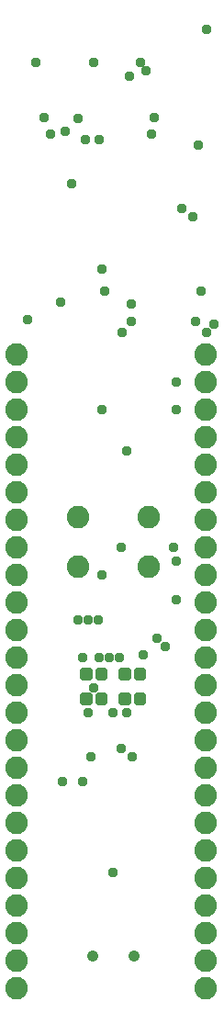
<source format=gbr>
G04 EAGLE Gerber RS-274X export*
G75*
%MOMM*%
%FSLAX34Y34*%
%LPD*%
%INSoldermask Bottom*%
%IPPOS*%
%AMOC8*
5,1,8,0,0,1.08239X$1,22.5*%
G01*
%ADD10C,0.662687*%
%ADD11C,2.082800*%
%ADD12C,1.053200*%
%ADD13C,0.959600*%

G36*
X105872Y310263D02*
X105872Y310263D01*
X105874Y310261D01*
X106234Y310289D01*
X106238Y310293D01*
X106242Y310290D01*
X106593Y310375D01*
X106596Y310380D01*
X106600Y310378D01*
X106933Y310516D01*
X106936Y310521D01*
X106940Y310519D01*
X107248Y310707D01*
X107250Y310713D01*
X107254Y310712D01*
X107528Y310947D01*
X107529Y310952D01*
X107533Y310952D01*
X107768Y311226D01*
X107769Y311232D01*
X107773Y311232D01*
X107961Y311540D01*
X107960Y311546D01*
X107965Y311547D01*
X108103Y311880D01*
X108101Y311886D01*
X108105Y311887D01*
X108190Y312238D01*
X108187Y312246D01*
X108191Y312250D01*
X108219Y317310D01*
X108217Y317312D01*
X108219Y317314D01*
X108191Y317674D01*
X108187Y317678D01*
X108190Y317682D01*
X108105Y318033D01*
X108100Y318036D01*
X108103Y318040D01*
X107965Y318373D01*
X107960Y318376D01*
X107961Y318380D01*
X107773Y318688D01*
X107767Y318690D01*
X107768Y318694D01*
X107533Y318968D01*
X107528Y318969D01*
X107528Y318973D01*
X107254Y319208D01*
X107248Y319209D01*
X107248Y319213D01*
X106940Y319401D01*
X106934Y319400D01*
X106933Y319405D01*
X106600Y319543D01*
X106594Y319541D01*
X106593Y319545D01*
X106242Y319630D01*
X106236Y319628D01*
X106234Y319631D01*
X105874Y319659D01*
X105871Y319658D01*
X105870Y319659D01*
X101270Y319659D01*
X101268Y319657D01*
X101266Y319659D01*
X100906Y319631D01*
X100902Y319627D01*
X100898Y319630D01*
X100547Y319545D01*
X100544Y319540D01*
X100540Y319543D01*
X100207Y319405D01*
X100204Y319400D01*
X100200Y319401D01*
X99892Y319213D01*
X99890Y319207D01*
X99886Y319208D01*
X99612Y318973D01*
X99611Y318968D01*
X99607Y318968D01*
X99372Y318694D01*
X99371Y318688D01*
X99367Y318688D01*
X99179Y318380D01*
X99180Y318374D01*
X99176Y318373D01*
X99038Y318040D01*
X99039Y318034D01*
X99035Y318033D01*
X98950Y317682D01*
X98954Y317674D01*
X98949Y317670D01*
X98921Y312610D01*
X98923Y312608D01*
X98921Y312606D01*
X98949Y312246D01*
X98953Y312242D01*
X98950Y312238D01*
X99035Y311887D01*
X99040Y311884D01*
X99038Y311880D01*
X99176Y311547D01*
X99181Y311544D01*
X99179Y311540D01*
X99367Y311232D01*
X99373Y311230D01*
X99372Y311226D01*
X99607Y310952D01*
X99612Y310951D01*
X99612Y310947D01*
X99886Y310712D01*
X99892Y310711D01*
X99892Y310707D01*
X100200Y310519D01*
X100206Y310520D01*
X100207Y310516D01*
X100540Y310378D01*
X100546Y310379D01*
X100547Y310375D01*
X100898Y310290D01*
X100904Y310293D01*
X100906Y310289D01*
X101266Y310261D01*
X101269Y310263D01*
X101270Y310261D01*
X105870Y310261D01*
X105872Y310263D01*
G37*
G36*
X141432Y310263D02*
X141432Y310263D01*
X141434Y310261D01*
X141794Y310289D01*
X141798Y310293D01*
X141802Y310290D01*
X142153Y310375D01*
X142156Y310380D01*
X142160Y310378D01*
X142493Y310516D01*
X142496Y310521D01*
X142500Y310519D01*
X142808Y310707D01*
X142810Y310713D01*
X142814Y310712D01*
X143088Y310947D01*
X143089Y310952D01*
X143093Y310952D01*
X143328Y311226D01*
X143329Y311232D01*
X143333Y311232D01*
X143521Y311540D01*
X143520Y311546D01*
X143525Y311547D01*
X143663Y311880D01*
X143661Y311886D01*
X143665Y311887D01*
X143750Y312238D01*
X143747Y312246D01*
X143751Y312250D01*
X143779Y317310D01*
X143777Y317312D01*
X143779Y317314D01*
X143751Y317674D01*
X143747Y317678D01*
X143750Y317682D01*
X143665Y318033D01*
X143660Y318036D01*
X143663Y318040D01*
X143525Y318373D01*
X143520Y318376D01*
X143521Y318380D01*
X143333Y318688D01*
X143327Y318690D01*
X143328Y318694D01*
X143093Y318968D01*
X143088Y318969D01*
X143088Y318973D01*
X142814Y319208D01*
X142808Y319209D01*
X142808Y319213D01*
X142500Y319401D01*
X142494Y319400D01*
X142493Y319405D01*
X142160Y319543D01*
X142154Y319541D01*
X142153Y319545D01*
X141802Y319630D01*
X141796Y319628D01*
X141794Y319631D01*
X141434Y319659D01*
X141431Y319658D01*
X141430Y319659D01*
X136830Y319659D01*
X136828Y319657D01*
X136826Y319659D01*
X136466Y319631D01*
X136462Y319627D01*
X136458Y319630D01*
X136107Y319545D01*
X136104Y319540D01*
X136100Y319543D01*
X135767Y319405D01*
X135764Y319400D01*
X135760Y319401D01*
X135452Y319213D01*
X135450Y319207D01*
X135446Y319208D01*
X135172Y318973D01*
X135171Y318968D01*
X135167Y318968D01*
X134932Y318694D01*
X134931Y318688D01*
X134927Y318688D01*
X134739Y318380D01*
X134740Y318374D01*
X134736Y318373D01*
X134598Y318040D01*
X134599Y318034D01*
X134595Y318033D01*
X134510Y317682D01*
X134514Y317674D01*
X134509Y317670D01*
X134481Y312610D01*
X134483Y312608D01*
X134481Y312606D01*
X134509Y312246D01*
X134513Y312242D01*
X134510Y312238D01*
X134595Y311887D01*
X134600Y311884D01*
X134598Y311880D01*
X134736Y311547D01*
X134741Y311544D01*
X134739Y311540D01*
X134927Y311232D01*
X134933Y311230D01*
X134932Y311226D01*
X135167Y310952D01*
X135172Y310951D01*
X135172Y310947D01*
X135446Y310712D01*
X135452Y310711D01*
X135452Y310707D01*
X135760Y310519D01*
X135766Y310520D01*
X135767Y310516D01*
X136100Y310378D01*
X136106Y310379D01*
X136107Y310375D01*
X136458Y310290D01*
X136464Y310293D01*
X136466Y310289D01*
X136826Y310261D01*
X136829Y310263D01*
X136830Y310261D01*
X141430Y310261D01*
X141432Y310263D01*
G37*
G36*
X91772Y310263D02*
X91772Y310263D01*
X91774Y310261D01*
X92134Y310289D01*
X92138Y310293D01*
X92142Y310290D01*
X92493Y310375D01*
X92496Y310380D01*
X92500Y310378D01*
X92833Y310516D01*
X92836Y310521D01*
X92840Y310519D01*
X93148Y310707D01*
X93150Y310713D01*
X93154Y310712D01*
X93428Y310947D01*
X93429Y310952D01*
X93433Y310952D01*
X93668Y311226D01*
X93669Y311232D01*
X93673Y311232D01*
X93861Y311540D01*
X93860Y311546D01*
X93865Y311547D01*
X94003Y311880D01*
X94001Y311886D01*
X94005Y311887D01*
X94090Y312238D01*
X94087Y312246D01*
X94091Y312250D01*
X94119Y317310D01*
X94117Y317312D01*
X94119Y317314D01*
X94091Y317674D01*
X94087Y317678D01*
X94090Y317682D01*
X94005Y318033D01*
X94000Y318036D01*
X94003Y318040D01*
X93865Y318373D01*
X93860Y318376D01*
X93861Y318380D01*
X93673Y318688D01*
X93667Y318690D01*
X93668Y318694D01*
X93433Y318968D01*
X93428Y318969D01*
X93428Y318973D01*
X93154Y319208D01*
X93148Y319209D01*
X93148Y319213D01*
X92840Y319401D01*
X92834Y319400D01*
X92833Y319405D01*
X92500Y319543D01*
X92494Y319541D01*
X92493Y319545D01*
X92142Y319630D01*
X92136Y319628D01*
X92134Y319631D01*
X91774Y319659D01*
X91771Y319658D01*
X91770Y319659D01*
X87170Y319659D01*
X87168Y319657D01*
X87166Y319659D01*
X86806Y319631D01*
X86802Y319627D01*
X86798Y319630D01*
X86447Y319545D01*
X86444Y319540D01*
X86440Y319543D01*
X86107Y319405D01*
X86104Y319400D01*
X86100Y319401D01*
X85792Y319213D01*
X85790Y319207D01*
X85786Y319208D01*
X85512Y318973D01*
X85511Y318968D01*
X85507Y318968D01*
X85272Y318694D01*
X85271Y318688D01*
X85267Y318688D01*
X85079Y318380D01*
X85080Y318374D01*
X85076Y318373D01*
X84938Y318040D01*
X84939Y318034D01*
X84935Y318033D01*
X84850Y317682D01*
X84854Y317674D01*
X84849Y317670D01*
X84821Y312610D01*
X84823Y312608D01*
X84821Y312606D01*
X84849Y312246D01*
X84853Y312242D01*
X84850Y312238D01*
X84935Y311887D01*
X84940Y311884D01*
X84938Y311880D01*
X85076Y311547D01*
X85081Y311544D01*
X85079Y311540D01*
X85267Y311232D01*
X85273Y311230D01*
X85272Y311226D01*
X85507Y310952D01*
X85512Y310951D01*
X85512Y310947D01*
X85786Y310712D01*
X85792Y310711D01*
X85792Y310707D01*
X86100Y310519D01*
X86106Y310520D01*
X86107Y310516D01*
X86440Y310378D01*
X86446Y310379D01*
X86447Y310375D01*
X86798Y310290D01*
X86804Y310293D01*
X86806Y310289D01*
X87166Y310261D01*
X87169Y310263D01*
X87170Y310261D01*
X91770Y310261D01*
X91772Y310263D01*
G37*
G36*
X127332Y310263D02*
X127332Y310263D01*
X127334Y310261D01*
X127694Y310289D01*
X127698Y310293D01*
X127702Y310290D01*
X128053Y310375D01*
X128056Y310380D01*
X128060Y310378D01*
X128393Y310516D01*
X128396Y310521D01*
X128400Y310519D01*
X128708Y310707D01*
X128710Y310713D01*
X128714Y310712D01*
X128988Y310947D01*
X128989Y310952D01*
X128993Y310952D01*
X129228Y311226D01*
X129229Y311232D01*
X129233Y311232D01*
X129421Y311540D01*
X129420Y311546D01*
X129425Y311547D01*
X129563Y311880D01*
X129561Y311886D01*
X129565Y311887D01*
X129650Y312238D01*
X129647Y312246D01*
X129651Y312250D01*
X129679Y317310D01*
X129677Y317312D01*
X129679Y317314D01*
X129651Y317674D01*
X129647Y317678D01*
X129650Y317682D01*
X129565Y318033D01*
X129560Y318036D01*
X129563Y318040D01*
X129425Y318373D01*
X129420Y318376D01*
X129421Y318380D01*
X129233Y318688D01*
X129227Y318690D01*
X129228Y318694D01*
X128993Y318968D01*
X128988Y318969D01*
X128988Y318973D01*
X128714Y319208D01*
X128708Y319209D01*
X128708Y319213D01*
X128400Y319401D01*
X128394Y319400D01*
X128393Y319405D01*
X128060Y319543D01*
X128054Y319541D01*
X128053Y319545D01*
X127702Y319630D01*
X127696Y319628D01*
X127694Y319631D01*
X127334Y319659D01*
X127331Y319658D01*
X127330Y319659D01*
X122730Y319659D01*
X122728Y319657D01*
X122726Y319659D01*
X122366Y319631D01*
X122362Y319627D01*
X122358Y319630D01*
X122007Y319545D01*
X122004Y319540D01*
X122000Y319543D01*
X121667Y319405D01*
X121664Y319400D01*
X121660Y319401D01*
X121352Y319213D01*
X121350Y319207D01*
X121346Y319208D01*
X121072Y318973D01*
X121071Y318968D01*
X121067Y318968D01*
X120832Y318694D01*
X120831Y318688D01*
X120827Y318688D01*
X120639Y318380D01*
X120640Y318374D01*
X120636Y318373D01*
X120498Y318040D01*
X120499Y318034D01*
X120495Y318033D01*
X120410Y317682D01*
X120414Y317674D01*
X120409Y317670D01*
X120381Y312610D01*
X120383Y312608D01*
X120381Y312606D01*
X120409Y312246D01*
X120413Y312242D01*
X120410Y312238D01*
X120495Y311887D01*
X120500Y311884D01*
X120498Y311880D01*
X120636Y311547D01*
X120641Y311544D01*
X120639Y311540D01*
X120827Y311232D01*
X120833Y311230D01*
X120832Y311226D01*
X121067Y310952D01*
X121072Y310951D01*
X121072Y310947D01*
X121346Y310712D01*
X121352Y310711D01*
X121352Y310707D01*
X121660Y310519D01*
X121666Y310520D01*
X121667Y310516D01*
X122000Y310378D01*
X122006Y310379D01*
X122007Y310375D01*
X122358Y310290D01*
X122364Y310293D01*
X122366Y310289D01*
X122726Y310261D01*
X122729Y310263D01*
X122730Y310261D01*
X127330Y310261D01*
X127332Y310263D01*
G37*
G36*
X91772Y287403D02*
X91772Y287403D01*
X91774Y287401D01*
X92134Y287429D01*
X92138Y287433D01*
X92142Y287430D01*
X92493Y287515D01*
X92496Y287520D01*
X92500Y287518D01*
X92833Y287656D01*
X92836Y287661D01*
X92840Y287659D01*
X93148Y287847D01*
X93150Y287853D01*
X93154Y287852D01*
X93428Y288087D01*
X93429Y288092D01*
X93433Y288092D01*
X93668Y288366D01*
X93669Y288372D01*
X93673Y288372D01*
X93861Y288680D01*
X93860Y288686D01*
X93865Y288687D01*
X94003Y289020D01*
X94001Y289026D01*
X94005Y289027D01*
X94090Y289378D01*
X94087Y289386D01*
X94091Y289390D01*
X94119Y294450D01*
X94117Y294452D01*
X94119Y294454D01*
X94091Y294814D01*
X94087Y294818D01*
X94090Y294822D01*
X94005Y295173D01*
X94000Y295176D01*
X94003Y295180D01*
X93865Y295513D01*
X93860Y295516D01*
X93861Y295520D01*
X93673Y295828D01*
X93667Y295830D01*
X93668Y295834D01*
X93433Y296108D01*
X93428Y296109D01*
X93428Y296113D01*
X93154Y296348D01*
X93148Y296349D01*
X93148Y296353D01*
X92840Y296541D01*
X92834Y296540D01*
X92833Y296545D01*
X92500Y296683D01*
X92494Y296681D01*
X92493Y296685D01*
X92142Y296770D01*
X92136Y296768D01*
X92134Y296771D01*
X91774Y296799D01*
X91771Y296798D01*
X91770Y296799D01*
X87170Y296799D01*
X87168Y296797D01*
X87166Y296799D01*
X86806Y296771D01*
X86802Y296767D01*
X86798Y296770D01*
X86447Y296685D01*
X86444Y296680D01*
X86440Y296683D01*
X86107Y296545D01*
X86104Y296540D01*
X86100Y296541D01*
X85792Y296353D01*
X85790Y296347D01*
X85786Y296348D01*
X85512Y296113D01*
X85511Y296108D01*
X85507Y296108D01*
X85272Y295834D01*
X85271Y295828D01*
X85267Y295828D01*
X85079Y295520D01*
X85080Y295514D01*
X85076Y295513D01*
X84938Y295180D01*
X84939Y295174D01*
X84935Y295173D01*
X84850Y294822D01*
X84854Y294814D01*
X84849Y294810D01*
X84821Y289750D01*
X84823Y289748D01*
X84821Y289746D01*
X84849Y289386D01*
X84853Y289382D01*
X84850Y289378D01*
X84935Y289027D01*
X84940Y289024D01*
X84938Y289020D01*
X85076Y288687D01*
X85081Y288684D01*
X85079Y288680D01*
X85267Y288372D01*
X85273Y288370D01*
X85272Y288366D01*
X85507Y288092D01*
X85512Y288091D01*
X85512Y288087D01*
X85786Y287852D01*
X85792Y287851D01*
X85792Y287847D01*
X86100Y287659D01*
X86106Y287660D01*
X86107Y287656D01*
X86440Y287518D01*
X86446Y287519D01*
X86447Y287515D01*
X86798Y287430D01*
X86804Y287433D01*
X86806Y287429D01*
X87166Y287401D01*
X87169Y287403D01*
X87170Y287401D01*
X91770Y287401D01*
X91772Y287403D01*
G37*
G36*
X141432Y287403D02*
X141432Y287403D01*
X141434Y287401D01*
X141794Y287429D01*
X141798Y287433D01*
X141802Y287430D01*
X142153Y287515D01*
X142156Y287520D01*
X142160Y287518D01*
X142493Y287656D01*
X142496Y287661D01*
X142500Y287659D01*
X142808Y287847D01*
X142810Y287853D01*
X142814Y287852D01*
X143088Y288087D01*
X143089Y288092D01*
X143093Y288092D01*
X143328Y288366D01*
X143329Y288372D01*
X143333Y288372D01*
X143521Y288680D01*
X143520Y288686D01*
X143525Y288687D01*
X143663Y289020D01*
X143661Y289026D01*
X143665Y289027D01*
X143750Y289378D01*
X143747Y289386D01*
X143751Y289390D01*
X143779Y294450D01*
X143777Y294452D01*
X143779Y294454D01*
X143751Y294814D01*
X143747Y294818D01*
X143750Y294822D01*
X143665Y295173D01*
X143660Y295176D01*
X143663Y295180D01*
X143525Y295513D01*
X143520Y295516D01*
X143521Y295520D01*
X143333Y295828D01*
X143327Y295830D01*
X143328Y295834D01*
X143093Y296108D01*
X143088Y296109D01*
X143088Y296113D01*
X142814Y296348D01*
X142808Y296349D01*
X142808Y296353D01*
X142500Y296541D01*
X142494Y296540D01*
X142493Y296545D01*
X142160Y296683D01*
X142154Y296681D01*
X142153Y296685D01*
X141802Y296770D01*
X141796Y296768D01*
X141794Y296771D01*
X141434Y296799D01*
X141431Y296798D01*
X141430Y296799D01*
X136830Y296799D01*
X136828Y296797D01*
X136826Y296799D01*
X136466Y296771D01*
X136462Y296767D01*
X136458Y296770D01*
X136107Y296685D01*
X136104Y296680D01*
X136100Y296683D01*
X135767Y296545D01*
X135764Y296540D01*
X135760Y296541D01*
X135452Y296353D01*
X135450Y296347D01*
X135446Y296348D01*
X135172Y296113D01*
X135171Y296108D01*
X135167Y296108D01*
X134932Y295834D01*
X134931Y295828D01*
X134927Y295828D01*
X134739Y295520D01*
X134740Y295514D01*
X134736Y295513D01*
X134598Y295180D01*
X134599Y295174D01*
X134595Y295173D01*
X134510Y294822D01*
X134514Y294814D01*
X134509Y294810D01*
X134481Y289750D01*
X134483Y289748D01*
X134481Y289746D01*
X134509Y289386D01*
X134513Y289382D01*
X134510Y289378D01*
X134595Y289027D01*
X134600Y289024D01*
X134598Y289020D01*
X134736Y288687D01*
X134741Y288684D01*
X134739Y288680D01*
X134927Y288372D01*
X134933Y288370D01*
X134932Y288366D01*
X135167Y288092D01*
X135172Y288091D01*
X135172Y288087D01*
X135446Y287852D01*
X135452Y287851D01*
X135452Y287847D01*
X135760Y287659D01*
X135766Y287660D01*
X135767Y287656D01*
X136100Y287518D01*
X136106Y287519D01*
X136107Y287515D01*
X136458Y287430D01*
X136464Y287433D01*
X136466Y287429D01*
X136826Y287401D01*
X136829Y287403D01*
X136830Y287401D01*
X141430Y287401D01*
X141432Y287403D01*
G37*
G36*
X127332Y287403D02*
X127332Y287403D01*
X127334Y287401D01*
X127694Y287429D01*
X127698Y287433D01*
X127702Y287430D01*
X128053Y287515D01*
X128056Y287520D01*
X128060Y287518D01*
X128393Y287656D01*
X128396Y287661D01*
X128400Y287659D01*
X128708Y287847D01*
X128710Y287853D01*
X128714Y287852D01*
X128988Y288087D01*
X128989Y288092D01*
X128993Y288092D01*
X129228Y288366D01*
X129229Y288372D01*
X129233Y288372D01*
X129421Y288680D01*
X129420Y288686D01*
X129425Y288687D01*
X129563Y289020D01*
X129561Y289026D01*
X129565Y289027D01*
X129650Y289378D01*
X129647Y289386D01*
X129651Y289390D01*
X129679Y294450D01*
X129677Y294452D01*
X129679Y294454D01*
X129651Y294814D01*
X129647Y294818D01*
X129650Y294822D01*
X129565Y295173D01*
X129560Y295176D01*
X129563Y295180D01*
X129425Y295513D01*
X129420Y295516D01*
X129421Y295520D01*
X129233Y295828D01*
X129227Y295830D01*
X129228Y295834D01*
X128993Y296108D01*
X128988Y296109D01*
X128988Y296113D01*
X128714Y296348D01*
X128708Y296349D01*
X128708Y296353D01*
X128400Y296541D01*
X128394Y296540D01*
X128393Y296545D01*
X128060Y296683D01*
X128054Y296681D01*
X128053Y296685D01*
X127702Y296770D01*
X127696Y296768D01*
X127694Y296771D01*
X127334Y296799D01*
X127331Y296798D01*
X127330Y296799D01*
X122730Y296799D01*
X122728Y296797D01*
X122726Y296799D01*
X122366Y296771D01*
X122362Y296767D01*
X122358Y296770D01*
X122007Y296685D01*
X122004Y296680D01*
X122000Y296683D01*
X121667Y296545D01*
X121664Y296540D01*
X121660Y296541D01*
X121352Y296353D01*
X121350Y296347D01*
X121346Y296348D01*
X121072Y296113D01*
X121071Y296108D01*
X121067Y296108D01*
X120832Y295834D01*
X120831Y295828D01*
X120827Y295828D01*
X120639Y295520D01*
X120640Y295514D01*
X120636Y295513D01*
X120498Y295180D01*
X120499Y295174D01*
X120495Y295173D01*
X120410Y294822D01*
X120414Y294814D01*
X120409Y294810D01*
X120381Y289750D01*
X120383Y289748D01*
X120381Y289746D01*
X120409Y289386D01*
X120413Y289382D01*
X120410Y289378D01*
X120495Y289027D01*
X120500Y289024D01*
X120498Y289020D01*
X120636Y288687D01*
X120641Y288684D01*
X120639Y288680D01*
X120827Y288372D01*
X120833Y288370D01*
X120832Y288366D01*
X121067Y288092D01*
X121072Y288091D01*
X121072Y288087D01*
X121346Y287852D01*
X121352Y287851D01*
X121352Y287847D01*
X121660Y287659D01*
X121666Y287660D01*
X121667Y287656D01*
X122000Y287518D01*
X122006Y287519D01*
X122007Y287515D01*
X122358Y287430D01*
X122364Y287433D01*
X122366Y287429D01*
X122726Y287401D01*
X122729Y287403D01*
X122730Y287401D01*
X127330Y287401D01*
X127332Y287403D01*
G37*
G36*
X105872Y287403D02*
X105872Y287403D01*
X105874Y287401D01*
X106234Y287429D01*
X106238Y287433D01*
X106242Y287430D01*
X106593Y287515D01*
X106596Y287520D01*
X106600Y287518D01*
X106933Y287656D01*
X106936Y287661D01*
X106940Y287659D01*
X107248Y287847D01*
X107250Y287853D01*
X107254Y287852D01*
X107528Y288087D01*
X107529Y288092D01*
X107533Y288092D01*
X107768Y288366D01*
X107769Y288372D01*
X107773Y288372D01*
X107961Y288680D01*
X107960Y288686D01*
X107965Y288687D01*
X108103Y289020D01*
X108101Y289026D01*
X108105Y289027D01*
X108190Y289378D01*
X108187Y289386D01*
X108191Y289390D01*
X108219Y294450D01*
X108217Y294452D01*
X108219Y294454D01*
X108191Y294814D01*
X108187Y294818D01*
X108190Y294822D01*
X108105Y295173D01*
X108100Y295176D01*
X108103Y295180D01*
X107965Y295513D01*
X107960Y295516D01*
X107961Y295520D01*
X107773Y295828D01*
X107767Y295830D01*
X107768Y295834D01*
X107533Y296108D01*
X107528Y296109D01*
X107528Y296113D01*
X107254Y296348D01*
X107248Y296349D01*
X107248Y296353D01*
X106940Y296541D01*
X106934Y296540D01*
X106933Y296545D01*
X106600Y296683D01*
X106594Y296681D01*
X106593Y296685D01*
X106242Y296770D01*
X106236Y296768D01*
X106234Y296771D01*
X105874Y296799D01*
X105871Y296798D01*
X105870Y296799D01*
X101270Y296799D01*
X101268Y296797D01*
X101266Y296799D01*
X100906Y296771D01*
X100902Y296767D01*
X100898Y296770D01*
X100547Y296685D01*
X100544Y296680D01*
X100540Y296683D01*
X100207Y296545D01*
X100204Y296540D01*
X100200Y296541D01*
X99892Y296353D01*
X99890Y296347D01*
X99886Y296348D01*
X99612Y296113D01*
X99611Y296108D01*
X99607Y296108D01*
X99372Y295834D01*
X99371Y295828D01*
X99367Y295828D01*
X99179Y295520D01*
X99180Y295514D01*
X99176Y295513D01*
X99038Y295180D01*
X99039Y295174D01*
X99035Y295173D01*
X98950Y294822D01*
X98954Y294814D01*
X98949Y294810D01*
X98921Y289750D01*
X98923Y289748D01*
X98921Y289746D01*
X98949Y289386D01*
X98953Y289382D01*
X98950Y289378D01*
X99035Y289027D01*
X99040Y289024D01*
X99038Y289020D01*
X99176Y288687D01*
X99181Y288684D01*
X99179Y288680D01*
X99367Y288372D01*
X99373Y288370D01*
X99372Y288366D01*
X99607Y288092D01*
X99612Y288091D01*
X99612Y288087D01*
X99886Y287852D01*
X99892Y287851D01*
X99892Y287847D01*
X100200Y287659D01*
X100206Y287660D01*
X100207Y287656D01*
X100540Y287518D01*
X100546Y287519D01*
X100547Y287515D01*
X100898Y287430D01*
X100904Y287433D01*
X100906Y287429D01*
X101266Y287401D01*
X101269Y287403D01*
X101270Y287401D01*
X105870Y287401D01*
X105872Y287403D01*
G37*
D10*
X87167Y294453D02*
X91773Y294453D01*
X91773Y289747D01*
X87167Y289747D01*
X87167Y294453D01*
X101267Y289747D02*
X105873Y289747D01*
X101267Y289747D02*
X101267Y294453D01*
X105873Y294453D01*
X105873Y289747D01*
X136827Y312607D02*
X141433Y312607D01*
X136827Y312607D02*
X136827Y317313D01*
X141433Y317313D01*
X141433Y312607D01*
X127333Y317313D02*
X122727Y317313D01*
X127333Y317313D02*
X127333Y312607D01*
X122727Y312607D01*
X122727Y317313D01*
X136827Y289747D02*
X141433Y289747D01*
X136827Y289747D02*
X136827Y294453D01*
X141433Y294453D01*
X141433Y289747D01*
X127333Y294453D02*
X122727Y294453D01*
X127333Y294453D02*
X127333Y289747D01*
X122727Y289747D01*
X122727Y294453D01*
X91773Y317313D02*
X87167Y317313D01*
X91773Y317313D02*
X91773Y312607D01*
X87167Y312607D01*
X87167Y317313D01*
X101267Y312607D02*
X105873Y312607D01*
X101267Y312607D02*
X101267Y317313D01*
X105873Y317313D01*
X105873Y312607D01*
D11*
X25400Y609600D03*
X25400Y584200D03*
X25400Y558800D03*
X25400Y533400D03*
X199600Y25400D03*
X199600Y50800D03*
X199600Y76200D03*
X199600Y101600D03*
X199600Y127000D03*
X199600Y152400D03*
X199600Y177800D03*
X199600Y203200D03*
X199600Y228600D03*
X199600Y254000D03*
X199600Y279400D03*
X199600Y304800D03*
X199600Y330200D03*
X199600Y355600D03*
X199600Y381000D03*
X199600Y406400D03*
X199600Y431800D03*
X199600Y457200D03*
X199600Y482600D03*
X199600Y508000D03*
X25400Y25400D03*
X25400Y50800D03*
X25400Y76200D03*
X25400Y101600D03*
X25400Y127000D03*
X25400Y152400D03*
X25400Y177800D03*
X25400Y203200D03*
X25400Y228600D03*
X25400Y254000D03*
X25400Y279400D03*
X25400Y304800D03*
X25400Y330200D03*
X25400Y355600D03*
X25400Y381000D03*
X25400Y406400D03*
X25400Y431800D03*
X25400Y457200D03*
X25400Y482600D03*
X25400Y508000D03*
D12*
X95300Y55020D03*
X133300Y55020D03*
D11*
X81788Y459486D03*
X146812Y459486D03*
X81788Y414274D03*
X146812Y414274D03*
X199600Y609600D03*
X199600Y584200D03*
X199600Y558800D03*
X199600Y533400D03*
D13*
X127000Y279400D03*
X91440Y279400D03*
X86360Y330200D03*
X142240Y332740D03*
X114300Y132080D03*
X43180Y878840D03*
X144856Y871144D03*
X76200Y767080D03*
X104140Y688340D03*
X66040Y658190D03*
X195580Y668020D03*
X101600Y807720D03*
X127000Y520700D03*
X114300Y279400D03*
X91468Y364772D03*
X104140Y406400D03*
X131092Y640080D03*
X131092Y656308D03*
X106680Y668020D03*
X104140Y558800D03*
X100732Y364772D03*
X82268Y364772D03*
X86360Y215900D03*
X67592Y215900D03*
X132080Y238760D03*
X93980Y238760D03*
X162560Y340360D03*
X121920Y246380D03*
X154940Y347980D03*
X170180Y431800D03*
X121920Y431800D03*
X190500Y640080D03*
X207292Y637540D03*
X70132Y815340D03*
X56924Y812800D03*
X200660Y629920D03*
X50800Y828040D03*
X82268Y827132D03*
X119776Y330200D03*
X172720Y558800D03*
X110688Y330200D03*
X172720Y584200D03*
X101600Y330200D03*
X96520Y302260D03*
X88900Y807720D03*
X35560Y642290D03*
X122868Y629920D03*
X172720Y383540D03*
X177800Y744220D03*
X172720Y419100D03*
X187960Y736600D03*
X149860Y812632D03*
X193040Y802640D03*
X129540Y866140D03*
X96520Y878840D03*
X152400Y828040D03*
X139700Y878840D03*
X200660Y909320D03*
M02*

</source>
